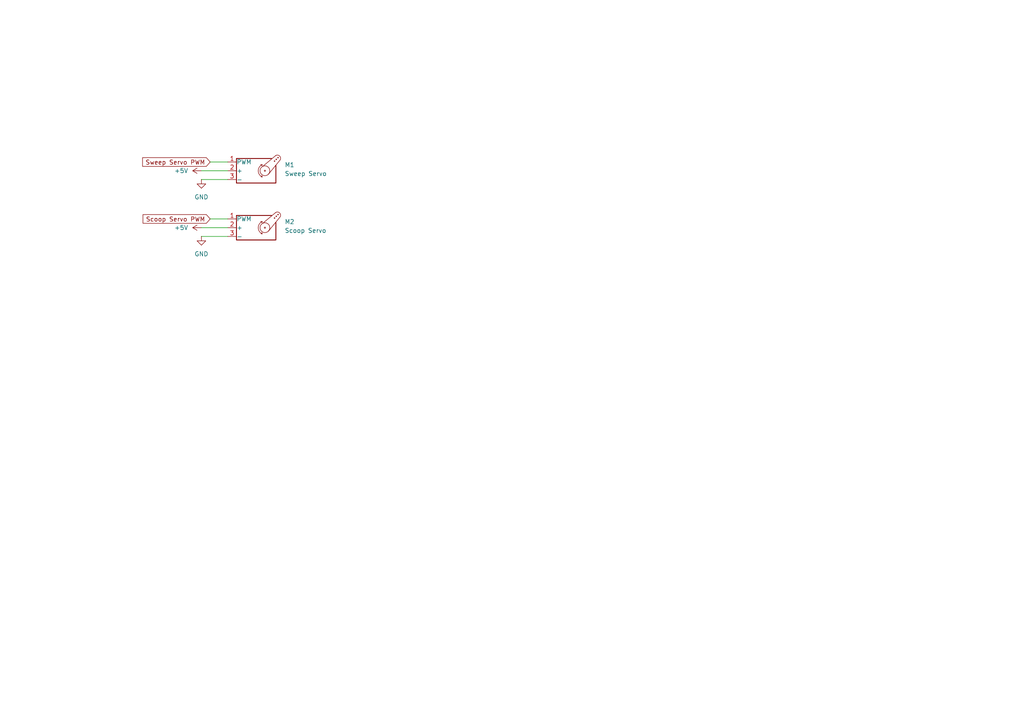
<source format=kicad_sch>
(kicad_sch (version 20250114) (generator "eeschema") (generator_version "9.0")
  (paper "A4")
  (lib_symbols
    (symbol "Motor:Motor_Servo" (pin_names (offset 0.0254))
      (property "Reference" "M" (at -5.08 4.445 0))
      (property "Value" "Motor_Servo" (at -5.08 -4.064 0))
      (symbol "Motor_Servo_0_1"
        (polyline (pts (xy 2.413 1.778) (xy 1.905 1.778)))
        (polyline (pts (xy 2.413 1.778) (xy 2.286 1.397)))
        (polyline (pts (xy 2.413 -1.778) (xy 2.032 -1.778)))
        (polyline (pts (xy 2.413 -1.778) (xy 2.286 -1.397)))
        (arc (start 2.413 -1.778) (mid 1.2406 0) (end 2.413 1.778))
        (circle (center 3.175 0) (radius 0.1778))
        (circle (center 3.175 0) (radius 1.4224))
        (polyline (pts (xy 5.08 3.556) (xy -5.08 3.556) (xy -5.08 -3.556) (xy 6.35 -3.556) (xy 6.35 1.524)) (stroke (width 0.254)))
        (circle (center 5.969 2.794) (radius 0.127))
        (polyline (pts (xy 6.35 4.445) (xy 2.54 1.27)))
        (circle (center 6.477 3.302) (radius 0.127))
        (arc (start 6.35 4.445) (mid 7.4487 4.2737) (end 7.62 3.175))
        (circle (center 6.985 3.81) (radius 0.127))
        (polyline (pts (xy 7.62 3.175) (xy 4.191 -1.016)))
      )
      (symbol "Motor_Servo_1_1"
        (pin passive line (at -7.62 2.54 0) (length 2.54) (name "PWM") (number "1"))
        (pin passive line (at -7.62 0 0) (length 2.54) (name "+") (number "2"))
        (pin passive line (at -7.62 -2.54 0) (length 2.54) (name "-") (number "3"))
      )
    )
    (symbol "power:+5V" (power) (pin_numbers (hide yes)) (pin_names (offset 0) (hide yes))
      (property "Value" "+5V" (at 0 3.556 0))
      (symbol "+5V_0_1"
        (polyline (pts (xy -0.762 1.27) (xy 0 2.54)))
        (polyline (pts (xy 0 2.54) (xy 0.762 1.27)))
        (polyline (pts (xy 0 0) (xy 0 2.54)))
      )
      (symbol "+5V_1_1"
        (pin power_in line (at 0 0 90) (length 0) (name "~") (number "1"))
      )
    )
    (symbol "power:GND" (power) (pin_numbers (hide yes)) (pin_names (offset 0) (hide yes))
      (property "Value" "GND" (at 0 -3.81 0))
      (symbol "GND_0_1"
        (polyline (pts (xy 0 0) (xy 0 -1.27) (xy 1.27 -1.27) (xy 0 -2.54) (xy -1.27 -1.27) (xy 0 -1.27)))
      )
      (symbol "GND_1_1"
        (pin power_in line (at 0 0 270) (length 0) (name "~") (number "1"))
      )
    )
  )
  (wire (pts (xy 60.96 46.99) (xy 66.04 46.99)))
  (wire (pts (xy 60.96 63.5) (xy 66.04 63.5)))
  (wire (pts (xy 58.42 66.04) (xy 66.04 66.04)))
  (wire (pts (xy 58.42 52.07) (xy 66.04 52.07)))
  (wire (pts (xy 58.42 68.58) (xy 66.04 68.58)))
  (wire (pts (xy 58.42 49.53) (xy 66.04 49.53)))
  (global_label "Scoop Servo PWM" (shape input) (at 60.96 63.5 180) (property "Intersheetrefs" "${INTERSHEET_REFS}" (effects (hide yes))))
  (global_label "Sweep Servo PWM" (shape input) (at 60.96 46.99 180) (property "Intersheetrefs" "${INTERSHEET_REFS}" (effects (hide yes))))
  (symbol (lib_id "Motor:Motor_Servo") (at 73.66 66.04 0) (unit 1)
    (property "Reference" "M2" (at 82.55 64.3368 0) (effects (justify left)))
    (property "Value" "Scoop Servo" (at 82.55 66.8768 0) (effects (justify left)))
    (property "Datasheet" "http://forums.parallax.com/uploads/attachments/46831/74481.png" (effects (hide yes)))
    (property "Description" "Servo Motor (Futaba, HiTec, JR connector)" (effects (hide yes)))
  )
  (symbol (lib_id "power:+5V") (at 58.42 49.53 90) (unit 1)
    (property "Reference" "#PWR03" (effects (hide yes)))
    (property "Value" "+5V" (at 54.61 49.5299 90) (effects (justify left)))
    (property "Description" "Power symbol creates a global label with name \"+5V\"" (effects (hide yes)))
  )
  (symbol (lib_id "Motor:Motor_Servo") (at 73.66 49.53 0) (unit 1)
    (property "Reference" "M1" (at 82.55 47.8268 0) (effects (justify left)))
    (property "Value" "Sweep Servo" (at 82.55 50.3668 0) (effects (justify left)))
    (property "Datasheet" "http://forums.parallax.com/uploads/attachments/46831/74481.png" (effects (hide yes)))
    (property "Description" "Servo Motor (Futaba, HiTec, JR connector)" (effects (hide yes)))
  )
  (symbol (lib_id "power:GND") (at 58.42 68.58 0) (unit 1)
    (property "Reference" "#PWR02" (effects (hide yes)))
    (property "Value" "GND" (at 58.42 73.66 0))
    (property "Description" "Power symbol creates a global label with name \"GND\" , ground" (effects (hide yes)))
  )
  (symbol (lib_id "power:GND") (at 58.42 52.07 0) (unit 1)
    (property "Reference" "#PWR01" (effects (hide yes)))
    (property "Value" "GND" (at 58.42 57.15 0))
    (property "Description" "Power symbol creates a global label with name \"GND\" , ground" (effects (hide yes)))
  )
  (symbol (lib_id "power:+5V") (at 58.42 66.04 90) (unit 1)
    (property "Reference" "#PWR04" (effects (hide yes)))
    (property "Value" "+5V" (at 54.61 66.0399 90) (effects (justify left)))
    (property "Description" "Power symbol creates a global label with name \"+5V\"" (effects (hide yes)))
  )
)
</source>
